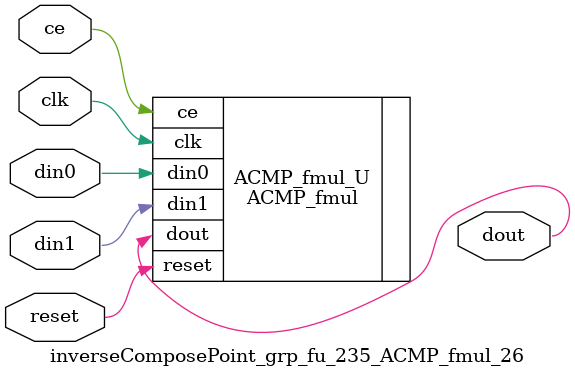
<source format=v>

`timescale 1 ns / 1 ps
module inverseComposePoint_grp_fu_235_ACMP_fmul_26(
    clk,
    reset,
    ce,
    din0,
    din1,
    dout);

parameter ID = 32'd1;
parameter NUM_STAGE = 32'd1;
parameter din0_WIDTH = 32'd1;
parameter din1_WIDTH = 32'd1;
parameter dout_WIDTH = 32'd1;
input clk;
input reset;
input ce;
input[din0_WIDTH - 1:0] din0;
input[din1_WIDTH - 1:0] din1;
output[dout_WIDTH - 1:0] dout;



ACMP_fmul #(
.ID( ID ),
.NUM_STAGE( 4 ),
.din0_WIDTH( din0_WIDTH ),
.din1_WIDTH( din1_WIDTH ),
.dout_WIDTH( dout_WIDTH ))
ACMP_fmul_U(
    .clk( clk ),
    .reset( reset ),
    .ce( ce ),
    .din0( din0 ),
    .din1( din1 ),
    .dout( dout ));

endmodule

</source>
